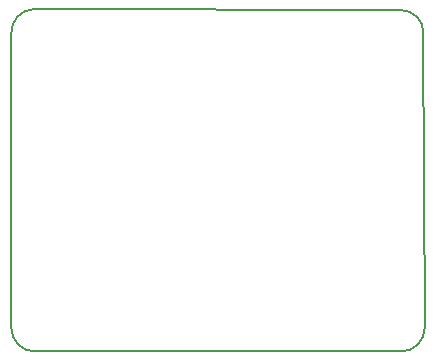
<source format=gbr>
G04 #@! TF.GenerationSoftware,KiCad,Pcbnew,(5.0.1)-4*
G04 #@! TF.CreationDate,2018-11-29T17:47:57-05:00*
G04 #@! TF.ProjectId,MagSpoofTC,4D616753706F6F6654432E6B69636164,1.0*
G04 #@! TF.SameCoordinates,Original*
G04 #@! TF.FileFunction,Profile,NP*
%FSLAX46Y46*%
G04 Gerber Fmt 4.6, Leading zero omitted, Abs format (unit mm)*
G04 Created by KiCad (PCBNEW (5.0.1)-4) date 11/29/2018 5:47:57 PM*
%MOMM*%
%LPD*%
G01*
G04 APERTURE LIST*
%ADD10C,0.150000*%
G04 APERTURE END LIST*
D10*
X103000000Y-106000000D02*
G75*
G03X105000000Y-108000000I2000000J0D01*
G01*
X136000000Y-108000000D02*
G75*
G03X138000000Y-106000000I0J2000000D01*
G01*
X137900000Y-81000000D02*
G75*
G03X136000000Y-79100000I-1900000J0D01*
G01*
X104904751Y-78999769D02*
G75*
G03X103000000Y-81100000I95249J-2000231D01*
G01*
X137900000Y-81000000D02*
X138000000Y-106000000D01*
X104900000Y-79000000D02*
X136000000Y-79100000D01*
X103000000Y-106000000D02*
X103000000Y-81100000D01*
X136000000Y-108000000D02*
X105000000Y-108000000D01*
M02*

</source>
